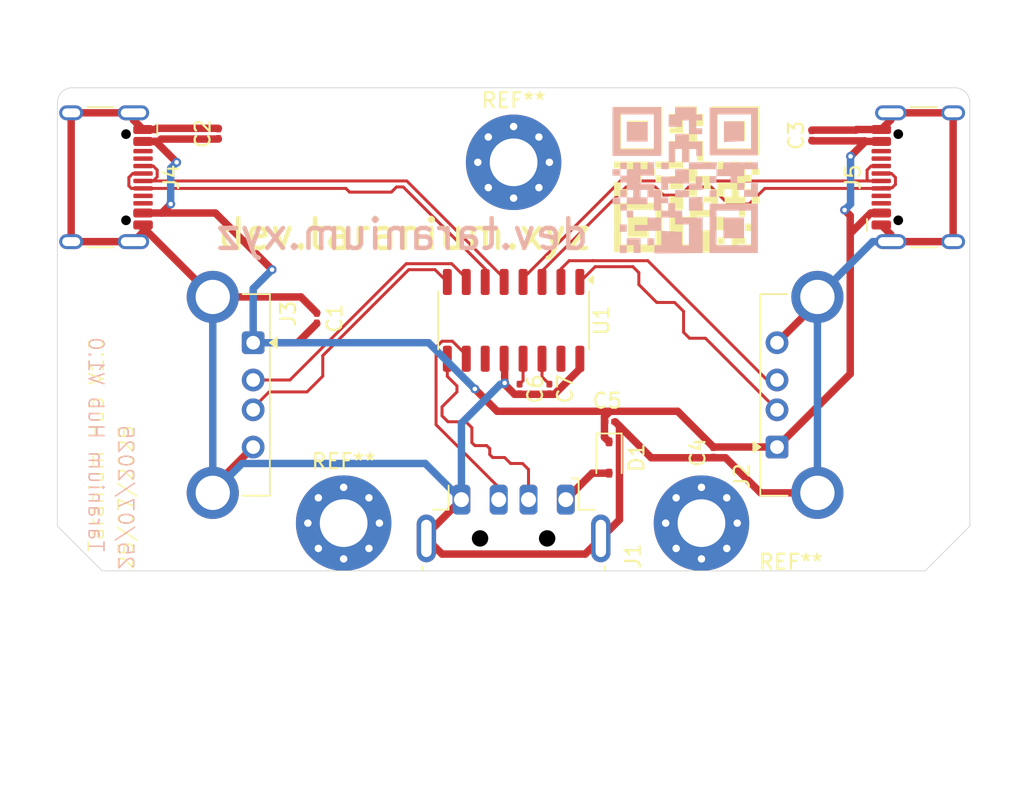
<source format=kicad_pcb>
(kicad_pcb (version 20241229) (generator "pcbnew") (generator_version "9.0")
  (layers (0 "F.Cu" signal) (2 "B.Cu" signal) (13 "F.Paste" user) (15 "B.Paste" user) (5 "F.SilkS" user "F.Silkscreen") (7 "B.SilkS" user "B.Silkscreen") (1 "F.Mask" user) (3 "B.Mask" user) (25 "Edge.Cuts" user))
  (net 0 "")
  (net 3 "GND")
  (net 4 "+5V")
  (net 5 "DM4")
  (net 6 "DP4")
  (net 7 "DM1")
  (net 8 "DP1")
  (net 11 "DM2")
  (net 12 "DP2")
  (net 13 "DP3")
  (net 14 "DM3")
  (net 17 "Net-(J1-D+)")
  (net 18 "Net-(J1-D-)")
  (net 19 "Net-(D1-A)")
  (net 20 "Net-(U1-VDD33)")
  (net 21 "Net-(U1-VDD18)")
  (footprint "Capacitor_SMD:C_0201_0603Metric" (layer "F.Cu") (at 101.8 84.8 -90)
    (property "Reference" "C7" (at 0 -1.05 90) (layer "F.SilkS"))
    (property "Value" "C_Small")
    (pad "1" smd roundrect (at -0.32 0 270) (size 0.46 0.4) (layers "F.Cu" "F.Mask") (net 21 "Net-(U1-VDD18)"))
    (pad "2" smd roundrect (at 0.32 0 270) (size 0.46 0.4) (layers "F.Cu" "F.Mask") (net 3 "GND"))
  )
  (footprint "Connector_USB:USB_A_Connfly_DS1095" (layer "F.Cu") (at 81.9325 81.7 -90)
    (property "Reference" "J3" (at -1.95 -2.35 90) (layer "F.SilkS"))
    (property "Value" "USB_A")
    (pad "1" thru_hole roundrect (at 0 0 270) (size 1.524 1.524) (drill 0.92) (layers "*.Cu" "*.Mask") (roundrect_rratio 0.1640419948) (net 4 "+5V"))
    (pad "2" thru_hole circle (at 2.5 0 270) (size 1.524 1.524) (drill 0.92) (layers "*.Cu" "*.Mask") (net 7 "DM1"))
    (pad "3" thru_hole circle (at 4.5 0 270) (size 1.524 1.524) (drill 0.92) (layers "*.Cu" "*.Mask") (net 8 "DP1"))
    (pad "4" thru_hole circle (at 7 0 270) (size 1.524 1.524) (drill 0.92) (layers "*.Cu" "*.Mask") (net 3 "GND"))
    (pad "5" thru_hole circle (at -3.07 2.71 270) (size 3.5 3.5) (drill 2.3) (layers "*.Cu" "*.Mask") (net 3 "GND"))
    (pad "5" thru_hole circle (at 10.07 2.71 270) (size 3.5 3.5) (drill 2.3) (layers "*.Cu" "*.Mask") (net 3 "GND"))
  )
  (footprint "Package_SO:SO-16_3.9x9.9mm_P1.27mm" (layer "F.Cu") (at 99.4 80.2 -90)
    (property "Reference" "U1" (at 0 -5.9 90) (layer "F.SilkS"))
    (property "Value" "~")
    (pad "1" smd roundrect (at -2.575 -4.445 270) (size 1.75 0.6) (layers "F.Cu" "F.Mask" "F.Paste") (net 5 "DM4"))
    (pad "2" smd roundrect (at -2.575 -3.175 270) (size 1.75 0.6) (layers "F.Cu" "F.Mask" "F.Paste") (net 6 "DP4"))
    (pad "3" smd roundrect (at -2.575 -1.905 270) (size 1.75 0.6) (layers "F.Cu" "F.Mask" "F.Paste") (net 14 "DM3"))
    (pad "4" smd roundrect (at -2.575 -0.635 270) (size 1.75 0.6) (layers "F.Cu" "F.Mask" "F.Paste") (net 13 "DP3"))
    (pad "5" smd roundrect (at -2.575 0.635 270) (size 1.75 0.6) (layers "F.Cu" "F.Mask" "F.Paste") (net 11 "DM2"))
    (pad "6" smd roundrect (at -2.575 1.905 270) (size 1.75 0.6) (layers "F.Cu" "F.Mask" "F.Paste") (net 12 "DP2"))
    (pad "7" smd roundrect (at -2.575 3.175 270) (size 1.75 0.6) (layers "F.Cu" "F.Mask" "F.Paste") (net 7 "DM1"))
    (pad "8" smd roundrect (at -2.575 4.445 270) (size 1.75 0.6) (layers "F.Cu" "F.Mask" "F.Paste") (net 8 "DP1"))
    (pad "9" smd roundrect (at 2.575 4.445 270) (size 1.75 0.6) (layers "F.Cu" "F.Mask" "F.Paste") (net 18 "Net-(J1-D-)"))
    (pad "10" smd roundrect (at 2.575 3.175 270) (size 1.75 0.6) (layers "F.Cu" "F.Mask" "F.Paste") (net 17 "Net-(J1-D+)"))
    (pad "11" smd roundrect (at 2.575 1.905 270) (size 1.75 0.6) (layers "F.Cu" "F.Mask" "F.Paste"))
    (pad "12" smd roundrect (at 2.575 0.635 270) (size 1.75 0.6) (layers "F.Cu" "F.Mask" "F.Paste") (net 3 "GND"))
    (pad "13" smd roundrect (at 2.575 -0.635 270) (size 1.75 0.6) (layers "F.Cu" "F.Mask" "F.Paste") (net 20 "Net-(U1-VDD33)"))
    (pad "14" smd roundrect (at 2.575 -1.905 270) (size 1.75 0.6) (layers "F.Cu" "F.Mask" "F.Paste") (net 21 "Net-(U1-VDD18)"))
    (pad "15" smd roundrect (at 2.575 -3.175 270) (size 1.75 0.6) (layers "F.Cu" "F.Mask" "F.Paste"))
    (pad "16" smd roundrect (at 2.575 -4.445 270) (size 1.75 0.6) (layers "F.Cu" "F.Mask" "F.Paste") (net 3 "GND"))
  )
  (footprint "Connector_USB:USB_A_Molex_48037-2200_Horizontal" (layer "F.Cu") (at 99.4 103.2 -90)
    (property "Reference" "J1" (at -7.2 -8 90) (layer "F.SilkS"))
    (property "Value" "USB_A")
    (pad "" np_thru_hole circle (at -8.375 -2.25 270) (size 1.1 1.1) (drill 1.1) (layers "*.Mask"))
    (pad "" np_thru_hole circle (at -8.375 2.25 270) (size 1.1 1.1) (drill 1.1) (layers "*.Mask"))
    (pad "1" thru_hole roundrect (at -10.975 -3.5 270) (size 2 1.2) (drill 1) (layers "*.Cu" "F.Mask" "F.Paste") (net 19 "Net-(D1-A)"))
    (pad "2" thru_hole roundrect (at -10.975 -1 270) (size 2 1.2) (drill 1) (layers "*.Cu" "F.Mask" "F.Paste") (net 18 "Net-(J1-D-)"))
    (pad "3" thru_hole roundrect (at -10.975 1 270) (size 2 1.2) (drill 1) (layers "*.Cu" "F.Mask" "F.Paste") (net 17 "Net-(J1-D+)"))
    (pad "4" thru_hole roundrect (at -10.975 3.5 270) (size 2 1.2) (drill 1) (layers "*.Cu" "F.Mask" "F.Paste") (net 3 "GND"))
    (pad "5" thru_hole oval (at -8.375 -5.85 270) (size 3.2 1.3) (drill oval 2.5 0.7) (property pad_prop_heatsink) (layers "*.Cu" "*.Mask") (net 3 "GND"))
    (pad "5" thru_hole oval (at -8.375 5.85 270) (size 3.2 1.3) (drill oval 2.5 0.7) (property pad_prop_heatsink) (layers "*.Cu" "*.Mask") (net 3 "GND"))
  )
  (footprint "Connector_USB:USB_C_Receptacle_HCTL_HC-TYPE-C-16P-01A" (layer "F.Cu") (at 127.805 70.6 90)
    (property "Reference" "J5" (at 0 -5.645 90) (layer "F.SilkS"))
    (property "Value" "USB_C_Receptacle_USB2.0_16P")
    (pad "" np_thru_hole circle (at -2.89 -2.605 90) (size 0.65 0.65) (drill 0.65) (layers "*.Mask"))
    (pad "" np_thru_hole circle (at 2.89 -2.605 90) (size 0.65 0.65) (drill 0.65) (layers "*.Mask"))
    (pad "A1" smd roundrect (at -3.2 -3.745 90) (size 0.6 1.3) (layers "F.Cu" "F.Mask" "F.Paste") (net 3 "GND"))
    (pad "A4" smd roundrect (at -2.4 -3.745 90) (size 0.6 1.3) (layers "F.Cu" "F.Mask" "F.Paste") (net 4 "+5V"))
    (pad "A5" smd roundrect (at -1.25 -3.745 90) (size 0.3 1.3) (layers "F.Cu" "F.Mask" "F.Paste") (net 3 "GND"))
    (pad "A6" smd roundrect (at -0.25 -3.745 90) (size 0.3 1.3) (layers "F.Cu" "F.Mask" "F.Paste") (net 13 "DP3"))
    (pad "A7" smd roundrect (at 0.25 -3.745 90) (size 0.3 1.3) (layers "F.Cu" "F.Mask" "F.Paste") (net 14 "DM3"))
    (pad "A8" smd roundrect (at 1.25 -3.745 90) (size 0.3 1.3) (layers "F.Cu" "F.Mask" "F.Paste"))
    (pad "A9" smd roundrect (at 2.4 -3.745 90) (size 0.6 1.3) (layers "F.Cu" "F.Mask" "F.Paste") (net 4 "+5V"))
    (pad "A12" smd roundrect (at 3.2 -3.745 90) (size 0.6 1.3) (layers "F.Cu" "F.Mask" "F.Paste") (net 3 "GND"))
    (pad "B1" smd roundrect (at 3.2 -3.745 90) (size 0.6 1.3) (layers "F.Cu" "F.Mask" "F.Paste") (net 3 "GND"))
    (pad "B4" smd roundrect (at 2.4 -3.745 90) (size 0.6 1.3) (layers "F.Cu" "F.Mask" "F.Paste") (net 4 "+5V"))
    (pad "B5" smd roundrect (at 1.75 -3.745 90) (size 0.3 1.3) (layers "F.Cu" "F.Mask" "F.Paste") (net 3 "GND"))
    (pad "B6" smd roundrect (at 0.75 -3.745 90) (size 0.3 1.3) (layers "F.Cu" "F.Mask" "F.Paste") (net 13 "DP3"))
    (pad "B7" smd roundrect (at -0.75 -3.745 90) (size 0.3 1.3) (layers "F.Cu" "F.Mask" "F.Paste") (net 14 "DM3"))
    (pad "B8" smd roundrect (at -1.75 -3.745 90) (size 0.3 1.3) (layers "F.Cu" "F.Mask" "F.Paste"))
    (pad "B9" smd roundrect (at -2.4 -3.745 90) (size 0.6 1.3) (layers "F.Cu" "F.Mask" "F.Paste") (net 4 "+5V"))
    (pad "B12" smd roundrect (at -3.2 -3.745 90) (size 0.6 1.3) (layers "F.Cu" "F.Mask" "F.Paste") (net 3 "GND"))
    (pad "S1" thru_hole oval (at -4.32 -3.105 90) (size 1 2.1) (drill oval 0.6 1.7) (property pad_prop_heatsink) (layers "*.Cu" "*.Mask") (net 3 "GND"))
    (pad "S1" thru_hole oval (at -4.32 1.075 90) (size 1 1.6) (drill oval 0.6 1.2) (property pad_prop_heatsink) (layers "*.Cu" "*.Mask") (net 3 "GND"))
    (pad "S1" thru_hole oval (at 4.32 -3.105 90) (size 1 2.1) (drill oval 0.6 1.7) (property pad_prop_heatsink) (layers "*.Cu" "*.Mask") (net 3 "GND"))
    (pad "S1" thru_hole oval (at 4.32 1.075 90) (size 1 1.6) (drill oval 0.6 1.2) (property pad_prop_heatsink) (layers "*.Cu" "*.Mask") (net 3 "GND"))
  )
  (footprint "MountingHole:MountingHole_3.2mm_M3_Pad_Via" (layer "F.Cu") (at 112 93.8)
    (property "Reference" "REF**" (at 6 2.6 0) (layer "F.SilkS"))
    (property "Value" "MountingHole_3.2mm_M3_Pad_Via")
    (pad "1" thru_hole circle (at -2.4 0) (size 0.8 0.8) (drill 0.5) (layers "*.Cu" "*.Mask"))
    (pad "1" thru_hole circle (at -1.697056 -1.697056) (size 0.8 0.8) (drill 0.5) (layers "*.Cu" "*.Mask"))
    (pad "1" thru_hole circle (at -1.697056 1.697056) (size 0.8 0.8) (drill 0.5) (layers "*.Cu" "*.Mask"))
    (pad "1" thru_hole circle (at 0 -2.4) (size 0.8 0.8) (drill 0.5) (layers "*.Cu" "*.Mask"))
    (pad "1" thru_hole circle (at 0 0) (size 6.4 6.4) (drill 3.2) (layers "*.Cu" "*.Mask"))
    (pad "1" thru_hole circle (at 0 2.4) (size 0.8 0.8) (drill 0.5) (layers "*.Cu" "*.Mask"))
    (pad "1" thru_hole circle (at 1.697056 -1.697056) (size 0.8 0.8) (drill 0.5) (layers "*.Cu" "*.Mask"))
    (pad "1" thru_hole circle (at 1.697056 1.697056) (size 0.8 0.8) (drill 0.5) (layers "*.Cu" "*.Mask"))
    (pad "1" thru_hole circle (at 2.4 0) (size 0.8 0.8) (drill 0.5) (layers "*.Cu" "*.Mask"))
  )
  (footprint "Capacitor_SMD:C_0201_0603Metric" (layer "F.Cu") (at 105.855 87 180)
    (property "Reference" "C5" (at 0.19 1.4 0) (layer "F.SilkS"))
    (property "Value" "C_Small")
    (pad "1" smd roundrect (at -0.32 0 180) (size 0.46 0.4) (layers "F.Cu" "F.Mask") (net 3 "GND"))
    (pad "2" smd roundrect (at 0.32 0 180) (size 0.46 0.4) (layers "F.Cu" "F.Mask") (net 4 "+5V"))
  )
  (footprint "Capacitor_SMD:C_0201_0603Metric" (layer "F.Cu") (at 112.8 89.055 90)
    (property "Reference" "C4" (at 0 -1.05 90) (layer "F.SilkS"))
    (property "Value" "C_Small")
    (pad "1" smd roundrect (at -0.32 0 90) (size 0.46 0.4) (layers "F.Cu" "F.Mask") (net 3 "GND"))
    (pad "2" smd roundrect (at 0.32 0 90) (size 0.46 0.4) (layers "F.Cu" "F.Mask") (net 4 "+5V"))
  )
  (footprint "Capacitor_SMD:C_0201_0603Metric" (layer "F.Cu") (at 99.8 84.8 -90)
    (property "Reference" "C6" (at 0 -1.05 90) (layer "F.SilkS"))
    (property "Value" "C_Small")
    (pad "1" smd roundrect (at -0.32 0 270) (size 0.46 0.4) (layers "F.Cu" "F.Mask") (net 20 "Net-(U1-VDD33)"))
    (pad "2" smd roundrect (at 0.32 0 270) (size 0.46 0.4) (layers "F.Cu" "F.Mask") (net 3 "GND"))
  )
  (footprint "Diode_SMD:D_SOD-323" (layer "F.Cu") (at 105.8 89.4 -90)
    (property "Reference" "D1" (at 0 -1.85 90) (layer "F.SilkS"))
    (property "Value" "D_Small")
    (pad "1" smd roundrect (at -1.05 0 270) (size 0.6 0.45) (layers "F.Cu" "F.Mask" "F.Paste") (net 4 "+5V"))
    (pad "2" smd roundrect (at 1.05 0 270) (size 0.6 0.45) (layers "F.Cu" "F.Mask" "F.Paste") (net 19 "Net-(D1-A)"))
  )
  (footprint "Capacitor_SMD:C_0201_0603Metric" (layer "F.Cu") (at 79.6 67.68 90)
    (property "Reference" "C2" (at 0 -1.05 90) (layer "F.SilkS"))
    (property "Value" "C_Small")
    (pad "1" smd roundrect (at -0.32 0 90) (size 0.46 0.4) (layers "F.Cu" "F.Mask") (net 4 "+5V"))
    (pad "2" smd roundrect (at 0.32 0 90) (size 0.46 0.4) (layers "F.Cu" "F.Mask") (net 3 "GND"))
  )
  (footprint "MountingHole:MountingHole_3.2mm_M3_Pad_Via" (layer "F.Cu") (at 99.4 69.6)
    (property "Reference" "REF**" (at 0 -4.15 0) (layer "F.SilkS"))
    (property "Value" "MountingHole_3.2mm_M3_Pad_Via")
    (pad "1" thru_hole circle (at -2.4 0) (size 0.8 0.8) (drill 0.5) (layers "*.Cu" "*.Mask"))
    (pad "1" thru_hole circle (at -1.697056 -1.697056) (size 0.8 0.8) (drill 0.5) (layers "*.Cu" "*.Mask"))
    (pad "1" thru_hole circle (at -1.697056 1.697056) (size 0.8 0.8) (drill 0.5) (layers "*.Cu" "*.Mask"))
    (pad "1" thru_hole circle (at 0 -2.4) (size 0.8 0.8) (drill 0.5) (layers "*.Cu" "*.Mask"))
    (pad "1" thru_hole circle (at 0 0) (size 6.4 6.4) (drill 3.2) (layers "*.Cu" "*.Mask"))
    (pad "1" thru_hole circle (at 0 2.4) (size 0.8 0.8) (drill 0.5) (layers "*.Cu" "*.Mask"))
    (pad "1" thru_hole circle (at 1.697056 -1.697056) (size 0.8 0.8) (drill 0.5) (layers "*.Cu" "*.Mask"))
    (pad "1" thru_hole circle (at 1.697056 1.697056) (size 0.8 0.8) (drill 0.5) (layers "*.Cu" "*.Mask"))
    (pad "1" thru_hole circle (at 2.4 0) (size 0.8 0.8) (drill 0.5) (layers "*.Cu" "*.Mask"))
  )
  (footprint "MountingHole:MountingHole_3.2mm_M3_Pad_Via" (layer "F.Cu") (at 88 93.8)
    (property "Reference" "REF**" (at 0 -4.15 0) (layer "F.SilkS"))
    (property "Value" "MountingHole_3.2mm_M3_Pad_Via")
    (pad "1" thru_hole circle (at -2.4 0) (size 0.8 0.8) (drill 0.5) (layers "*.Cu" "*.Mask"))
    (pad "1" thru_hole circle (at -1.697056 -1.697056) (size 0.8 0.8) (drill 0.5) (layers "*.Cu" "*.Mask"))
    (pad "1" thru_hole circle (at -1.697056 1.697056) (size 0.8 0.8) (drill 0.5) (layers "*.Cu" "*.Mask"))
    (pad "1" thru_hole circle (at 0 -2.4) (size 0.8 0.8) (drill 0.5) (layers "*.Cu" "*.Mask"))
    (pad "1" thru_hole circle (at 0 0) (size 6.4 6.4) (drill 3.2) (layers "*.Cu" "*.Mask"))
    (pad "1" thru_hole circle (at 0 2.4) (size 0.8 0.8) (drill 0.5) (layers "*.Cu" "*.Mask"))
    (pad "1" thru_hole circle (at 1.697056 -1.697056) (size 0.8 0.8) (drill 0.5) (layers "*.Cu" "*.Mask"))
    (pad "1" thru_hole circle (at 1.697056 1.697056) (size 0.8 0.8) (drill 0.5) (layers "*.Cu" "*.Mask"))
    (pad "1" thru_hole circle (at 2.4 0) (size 0.8 0.8) (drill 0.5) (layers "*.Cu" "*.Mask"))
  )
  (footprint "Capacitor_SMD:C_0201_0603Metric" (layer "F.Cu") (at 119.4 67.8 90)
    (property "Reference" "C3" (at 0 -1.05 90) (layer "F.SilkS"))
    (property "Value" "C_Small")
    (pad "1" smd roundrect (at -0.32 0 90) (size 0.46 0.4) (layers "F.Cu" "F.Mask") (net 4 "+5V"))
    (pad "2" smd roundrect (at 0.32 0 90) (size 0.46 0.4) (layers "F.Cu" "F.Mask") (net 3 "GND"))
  )
  (footprint "Capacitor_SMD:C_0201_0603Metric" (layer "F.Cu") (at 86.2 80.055 90)
    (property "Reference" "C1" (at 0 1.2 90) (layer "F.SilkS"))
    (property "Value" "C_Small")
    (pad "1" smd roundrect (at -0.32 0 90) (size 0.46 0.4) (layers "F.Cu" "F.Mask") (net 4 "+5V"))
    (pad "2" smd roundrect (at 0.32 0 90) (size 0.46 0.4) (layers "F.Cu" "F.Mask") (net 3 "GND"))
  )
  (footprint "Connector_USB:USB_C_Receptacle_HCTL_HC-TYPE-C-16P-01A" (layer "F.Cu") (at 70.8 70.6 -90)
    (property "Reference" "J4" (at 0 -5.645 90) (layer "F.SilkS"))
    (property "Value" "USB_C_Receptacle_USB2.0_16P")
    (pad "" np_thru_hole circle (at -2.89 -2.605 270) (size 0.65 0.65) (drill 0.65) (layers "*.Mask"))
    (pad "" np_thru_hole circle (at 2.89 -2.605 270) (size 0.65 0.65) (drill 0.65) (layers "*.Mask"))
    (pad "A1" smd roundrect (at -3.2 -3.745 270) (size 0.6 1.3) (layers "F.Cu" "F.Mask" "F.Paste") (net 3 "GND"))
    (pad "A4" smd roundrect (at -2.4 -3.745 270) (size 0.6 1.3) (layers "F.Cu" "F.Mask" "F.Paste") (net 4 "+5V"))
    (pad "A5" smd roundrect (at -1.25 -3.745 270) (size 0.3 1.3) (layers "F.Cu" "F.Mask" "F.Paste") (net 3 "GND"))
    (pad "A6" smd roundrect (at -0.25 -3.745 270) (size 0.3 1.3) (layers "F.Cu" "F.Mask" "F.Paste") (net 12 "DP2"))
    (pad "A7" smd roundrect (at 0.25 -3.745 270) (size 0.3 1.3) (layers "F.Cu" "F.Mask" "F.Paste") (net 11 "DM2"))
    (pad "A8" smd roundrect (at 1.25 -3.745 270) (size 0.3 1.3) (layers "F.Cu" "F.Mask" "F.Paste"))
    (pad "A9" smd roundrect (at 2.4 -3.745 270) (size 0.6 1.3) (layers "F.Cu" "F.Mask" "F.Paste") (net 4 "+5V"))
    (pad "A12" smd roundrect (at 3.2 -3.745 270) (size 0.6 1.3) (layers "F.Cu" "F.Mask" "F.Paste") (net 3 "GND"))
    (pad "B1" smd roundrect (at 3.2 -3.745 270) (size 0.6 1.3) (layers "F.Cu" "F.Mask" "F.Paste") (net 3 "GND"))
    (pad "B4" smd roundrect (at 2.4 -3.745 270) (size 0.6 1.3) (layers "F.Cu" "F.Mask" "F.Paste") (net 4 "+5V"))
    (pad "B5" smd roundrect (at 1.75 -3.745 270) (size 0.3 1.3) (layers "F.Cu" "F.Mask" "F.Paste") (net 3 "GND"))
    (pad "B6" smd roundrect (at 0.75 -3.745 270) (size 0.3 1.3) (layers "F.Cu" "F.Mask" "F.Paste") (net 12 "DP2"))
    (pad "B7" smd roundrect (at -0.75 -3.745 270) (size 0.3 1.3) (layers "F.Cu" "F.Mask" "F.Paste") (net 11 "DM2"))
    (pad "B8" smd roundrect (at -1.75 -3.745 270) (size 0.3 1.3) (layers "F.Cu" "F.Mask" "F.Paste"))
    (pad "B9" smd roundrect (at -2.4 -3.745 270) (size 0.6 1.3) (layers "F.Cu" "F.Mask" "F.Paste") (net 4 "+5V"))
    (pad "B12" smd roundrect (at -3.2 -3.745 270) (size 0.6 1.3) (layers "F.Cu" "F.Mask" "F.Paste") (net 3 "GND"))
    (pad "S1" thru_hole oval (at -4.32 -3.105 270) (size 1 2.1) (drill oval 0.6 1.7) (property pad_prop_heatsink) (layers "*.Cu" "*.Mask") (net 3 "GND"))
    (pad "S1" thru_hole oval (at -4.32 1.075 270) (size 1 1.6) (drill oval 0.6 1.2) (property pad_prop_heatsink) (layers "*.Cu" "*.Mask") (net 3 "GND"))
    (pad "S1" thru_hole oval (at 4.32 -3.105 270) (size 1 2.1) (drill oval 0.6 1.7) (property pad_prop_heatsink) (layers "*.Cu" "*.Mask") (net 3 "GND"))
    (pad "S1" thru_hole oval (at 4.32 1.075 270) (size 1 1.6) (drill oval 0.6 1.2) (property pad_prop_heatsink) (layers "*.Cu" "*.Mask") (net 3 "GND"))
  )
  (footprint "Connector_USB:USB_A_Connfly_DS1095" (layer "F.Cu") (at 117.0675 88.7 90)
    (property "Reference" "J2" (at -1.95 -2.35 90) (layer "F.SilkS"))
    (property "Value" "USB_A")
    (pad "1" thru_hole roundrect (at 0 0 90) (size 1.524 1.524) (drill 0.92) (layers "*.Cu" "*.Mask") (roundrect_rratio 0.1640419948) (net 4 "+5V"))
    (pad "2" thru_hole circle (at 2.5 0 90) (size 1.524 1.524) (drill 0.92) (layers "*.Cu" "*.Mask") (net 5 "DM4"))
    (pad "3" thru_hole circle (at 4.5 0 90) (size 1.524 1.524) (drill 0.92) (layers "*.Cu" "*.Mask") (net 6 "DP4"))
    (pad "4" thru_hole circle (at 7 0 90) (size 1.524 1.524) (drill 0.92) (layers "*.Cu" "*.Mask") (net 3 "GND"))
    (pad "5" thru_hole circle (at -3.07 2.71 90) (size 3.5 3.5) (drill 2.3) (layers "*.Cu" "*.Mask") (net 3 "GND"))
    (pad "5" thru_hole circle (at 10.07 2.71 90) (size 3.5 3.5) (drill 2.3) (layers "*.Cu" "*.Mask") (net 3 "GND"))
  )
  (gr_poly (pts (xy 112.156249 72.789062) (xy 112.586197 72.789062) (xy 112.61927 72.789062) (xy 112.61927 73.252083) (xy 112.586197 73.252083) (xy 111.693229 73.252083) (xy 111.693229 73.715104) (xy 110.767187 73.715104) (xy 110.767187 75.104166) (xy 111.230208 75.104166) (xy 111.230208 74.211198) (xy 112.61927 74.145052) (xy 112.61927 75.104166) (xy 113.082291 75.104166) (xy 113.082291 75.666406) (xy 109.841145 75.633333) (xy 109.841145 73.252083) (xy 111.197135 73.252083) (xy 111.230208 72.789062) (xy 111.693229 72.789062) (xy 111.693229 72.292968) (xy 112.156249 72.292968)) (fill yes) (layer "F.SilkS"))
  (gr_poly (pts (xy 113.545312 75.104166) (xy 113.082291 75.104166) (xy 113.082291 74.641146) (xy 113.545312 74.641146)) (fill yes) (layer "F.SilkS"))
  (gr_poly (pts (xy 114.934375 75.104166) (xy 114.471353 75.104166) (xy 114.471353 75.633333) (xy 114.008333 75.633333) (xy 114.008333 74.641146) (xy 114.934375 74.641146)) (fill yes) (layer "F.SilkS"))
  (gr_poly (pts (xy 111.693229 66.339844) (xy 112.123176 66.339844) (xy 112.123176 67.166667) (xy 111.230208 67.166667) (xy 111.230208 66.736719) (xy 110.767187 66.736719) (xy 110.767187 67.66276) (xy 109.874218 67.66276) (xy 109.874218 67.265885) (xy 110.271093 67.265885) (xy 110.271093 66.736719) (xy 109.874218 66.736719) (xy 109.874218 66.339844) (xy 110.271093 66.339844) (xy 110.271093 65.84375) (xy 111.693229 65.84375)) (fill yes) (layer "F.SilkS"))
  (gr_poly (pts (xy 108.41901 68.191927) (xy 107.063021 68.125781) (xy 107.063021 66.802865) (xy 108.41901 66.802865)) (fill yes) (layer "F.SilkS"))
  (gr_poly (pts (xy 111.693229 68.158854) (xy 112.123176 68.158854) (xy 112.123176 69.547916) (xy 111.693229 69.547916) (xy 111.693229 68.654948) (xy 111.230208 68.654948) (xy 111.230208 69.547916) (xy 110.767187 69.547916) (xy 110.767187 68.654948) (xy 110.271093 68.654948) (xy 110.271093 69.117969) (xy 109.874218 69.117969) (xy 109.874218 68.158854) (xy 110.767187 68.158854) (xy 110.767187 67.66276) (xy 111.693229 67.66276)) (fill yes) (layer "F.SilkS"))
  (gr_poly (pts (xy 114.934375 73.252083) (xy 114.504427 73.252083) (xy 114.504427 72.789062) (xy 114.934375 72.789062)) (fill yes) (layer "F.SilkS"))
  (gr_poly (pts (xy 109.378125 75.633333) (xy 106.136979 75.633333) (xy 106.136979 75.104166) (xy 106.6 75.104166) (xy 108.915104 75.104166) (xy 108.915104 72.789062) (xy 106.6 72.789062) (xy 106.6 75.104166) (xy 106.136979 75.104166) (xy 106.136979 72.326041) (xy 109.378125 72.326041)) (fill yes) (layer "F.SilkS"))
  (gr_poly (pts (xy 113.545312 73.748177) (xy 114.405208 73.748177) (xy 114.405208 74.145052) (xy 112.61927 74.145052) (xy 112.61927 73.252083) (xy 113.545312 73.252083)) (fill yes) (layer "F.SilkS"))
  (gr_poly (pts (xy 110.304166 70.970052) (xy 110.767187 70.970052) (xy 110.767187 71.4) (xy 109.841145 71.4) (xy 109.874218 70.507031) (xy 110.304166 70.507031)) (fill yes) (layer "F.SilkS"))
  (gr_poly (pts (xy 108.452083 74.641146) (xy 107.063021 74.641146) (xy 107.063021 73.252083) (xy 108.452083 73.252083)) (fill yes) (layer "F.SilkS"))
  (gr_poly (pts (xy 109.378125 70.936979) (xy 108.915104 70.936979) (xy 108.915104 70.473958) (xy 109.378125 70.473958)) (fill yes) (layer "F.SilkS"))
  (gr_poly (pts (xy 110.767187 71.896093) (xy 110.767187 72.789062) (xy 109.841145 72.789062) (xy 109.841145 71.86302)) (fill yes) (layer "F.SilkS"))
  (gr_poly (pts (xy 115.397395 74.211198) (xy 114.934375 74.211198) (xy 114.934375 74.145052) (xy 114.934375 73.715104) (xy 115.397395 73.715104)) (fill yes) (layer "F.SilkS"))
  (gr_poly (pts (xy 115.364323 72.789062) (xy 114.934375 72.789062) (xy 114.934375 72.359114) (xy 115.364323 72.359114)) (fill yes) (layer "F.SilkS"))
  (gr_poly (pts (xy 109.378125 69.084896) (xy 106.136979 69.084896) (xy 106.136979 68.654948) (xy 106.6 68.654948) (xy 108.882031 68.654948) (xy 108.882031 66.339844) (xy 106.6 66.339844) (xy 106.6 68.654948) (xy 106.136979 68.654948) (xy 106.136979 65.876823) (xy 109.378125 65.876823)) (fill yes) (layer "F.SilkS"))
  (gr_poly (pts (xy 108.485156 70.010937) (xy 108.915104 70.010937) (xy 108.915104 70.04401) (xy 108.915104 70.473958) (xy 107.989062 70.473958) (xy 107.989062 70.936979) (xy 107.526041 70.936979) (xy 107.526041 70.473958) (xy 107.063021 70.473958) (xy 107.063021 70.010937) (xy 106.136979 70.010937) (xy 106.136979 69.547916) (xy 108.452083 69.547916)) (fill yes) (layer "F.SilkS"))
  (gr_poly (pts (xy 111.693229 71.896093) (xy 110.767187 71.896093) (xy 110.767187 71.433073) (xy 111.693229 71.4)) (fill yes) (layer "F.SilkS"))
  (gr_poly (pts (xy 113.545312 70.010937) (xy 114.008333 70.010937) (xy 114.008333 69.547916) (xy 114.504427 69.547916) (xy 114.504427 70.010937) (xy 114.934375 70.010937) (xy 114.934375 70.440885) (xy 115.364323 70.440885) (xy 115.364323 70.903906) (xy 114.934375 70.903906) (xy 114.934375 71.4) (xy 114.504427 71.4) (xy 114.504427 71.896093) (xy 114.934375 71.896093) (xy 114.934375 72.359114) (xy 113.545312 72.359114) (xy 113.545312 71.896093) (xy 114.008333 71.896093) (xy 114.008333 71.4) (xy 113.545312 71.4) (xy 113.545312 71.896093) (xy 113.115364 71.896093) (xy 113.115364 72.789062) (xy 112.61927 72.789062) (xy 112.61927 72.292968) (xy 112.156249 72.292968) (xy 112.156249 71.896093) (xy 112.61927 71.896093) (xy 112.61927 71.4) (xy 113.082291 71.4) (xy 113.082291 70.970052) (xy 114.008333 70.970052) (xy 114.008333 70.440885) (xy 113.082291 70.440885) (xy 113.115364 69.547916) (xy 113.545312 69.547916)) (fill yes) (layer "F.SilkS"))
  (gr_poly (pts (xy 109.378125 71.433073) (xy 109.378125 71.86302) (xy 108.915104 71.86302) (xy 108.915104 71.4)) (fill yes) (layer "F.SilkS"))
  (gr_poly (pts (xy 106.6 71.4) (xy 107.063021 71.4) (xy 107.063021 71.86302) (xy 106.136979 71.86302) (xy 106.136979 70.936979) (xy 106.6 70.936979)) (fill yes) (layer "F.SilkS"))
  (gr_poly (pts (xy 107.526041 71.4) (xy 107.063021 71.4) (xy 107.029948 70.936979) (xy 107.526041 70.936979)) (fill yes) (layer "F.SilkS"))
  (gr_poly (pts (xy 115.893489 72.359114) (xy 115.364323 72.359114) (xy 115.364323 71.896093) (xy 115.893489 71.896093)) (fill yes) (layer "F.SilkS"))
  (gr_poly (pts (xy 115.893489 70.440885) (xy 115.364323 70.440885) (xy 115.364323 70.010937) (xy 115.893489 70.010937)) (fill yes) (layer "F.SilkS"))
  (gr_poly (pts (xy 115.364323 71.896093) (xy 114.934375 71.896093) (xy 114.934375 71.4) (xy 115.364323 71.4)) (fill yes) (layer "F.SilkS"))
  (gr_poly (pts (xy 114.934375 68.158854) (xy 113.545312 68.158854) (xy 113.545312 66.835937) (xy 114.934375 66.835937)) (fill yes) (layer "F.SilkS"))
  (gr_poly (pts (xy 115.364323 70.010937) (xy 114.934375 70.010937) (xy 114.934375 69.547916) (xy 115.364323 69.547916)) (fill yes) (layer "F.SilkS"))
  (gr_poly (pts (xy 112.61927 70.010937) (xy 112.123176 70.010937) (xy 112.123176 69.547916) (xy 112.61927 69.547916)) (fill yes) (layer "F.SilkS"))
  (gr_poly (pts (xy 111.693229 70.507031) (xy 112.61927 70.507031) (xy 112.61927 71.4) (xy 112.156249 71.4) (xy 112.156249 70.970052) (xy 110.767187 70.970052) (xy 110.767187 70.04401) (xy 110.767187 70.010937) (xy 111.693229 70.010937)) (fill yes) (layer "F.SilkS"))
  (gr_poly (pts (xy 115.397395 75.633333) (xy 114.934375 75.633333) (xy 114.934375 75.104166) (xy 115.397395 75.104166)) (fill yes) (layer "F.SilkS"))
  (gr_poly (pts (xy 115.893489 69.117969) (xy 112.61927 69.117969) (xy 112.61927 68.654948) (xy 113.115364 68.654948) (xy 115.364323 68.654948) (xy 115.364323 66.339844) (xy 113.115364 66.339844) (xy 113.115364 68.654948) (xy 112.61927 68.654948) (xy 112.61927 65.84375) (xy 115.893489 65.84375)) (fill yes) (layer "F.SilkS"))
  (gr_poly (pts (xy 110.767187 70.010937) (xy 108.915104 70.010937) (xy 108.882031 69.547916) (xy 110.767187 69.547916)) (fill yes) (layer "F.SilkS"))
  (gr_poly (pts (xy 113.471093 74.69323) (xy 114.860155 74.69323) (xy 114.860155 73.304167) (xy 113.471093 73.304167)) (fill yes) (layer "B.SilkS"))
  (gr_poly (pts (xy 110.229947 70.559115) (xy 109.303906 70.559115) (xy 109.303906 71.452084) (xy 109.766927 71.452084) (xy 109.766927 71.022136) (xy 111.155989 71.022136) (xy 111.155989 70.096094) (xy 111.155989 70.063021) (xy 110.229947 70.063021)) (fill yes) (layer "B.SilkS"))
  (gr_poly (pts (xy 108.377864 70.063021) (xy 107.914843 70.063021) (xy 107.914843 69.6) (xy 107.418749 69.6) (xy 107.418749 70.063021) (xy 106.988801 70.063021) (xy 106.988801 70.492969) (xy 106.558853 70.492969) (xy 106.558853 70.95599) (xy 106.988801 70.95599) (xy 106.988801 71.452084) (xy 107.418749 71.452084) (xy 107.418749 71.948177) (xy 106.988801 71.948177) (xy 106.988801 72.411198) (xy 108.377864 72.411198) (xy 108.377864 71.948177) (xy 107.914843 71.948177) (xy 107.914843 71.452084) (xy 108.377864 71.452084) (xy 108.377864 71.948177) (xy 108.807812 71.948177) (xy 108.807812 72.841146) (xy 109.303906 72.841146) (xy 109.303906 72.345052) (xy 109.766927 72.345052) (xy 109.766927 71.948177) (xy 109.303906 71.948177) (xy 109.303906 71.452084) (xy 108.840885 71.452084) (xy 108.840885 71.022136) (xy 107.914843 71.022136) (xy 107.914843 70.492969) (xy 108.840885 70.492969) (xy 108.807812 69.6) (xy 108.377864 69.6)) (fill yes) (layer "B.SilkS"))
  (gr_poly (pts (xy 113.43802 70.063021) (xy 113.008072 70.063021) (xy 113.008072 70.096094) (xy 113.008072 70.526042) (xy 113.934114 70.526042) (xy 113.934114 70.989063) (xy 114.397135 70.989063) (xy 114.397135 70.526042) (xy 114.860155 70.526042) (xy 114.860155 70.063021) (xy 115.786197 70.063021) (xy 115.786197 69.6) (xy 113.471093 69.6)) (fill yes) (layer "B.SilkS"))
  (gr_poly (pts (xy 111.155989 71.948177) (xy 111.155989 72.841146) (xy 112.082031 72.841146) (xy 112.082031 71.915104)) (fill yes) (layer "B.SilkS"))
  (gr_poly (pts (xy 109.766927 72.841146) (xy 109.336979 72.841146) (xy 109.303906 72.841146) (xy 109.303906 73.304167) (xy 109.336979 73.304167) (xy 110.229947 73.304167) (xy 110.229947 73.767188) (xy 111.155989 73.767188) (xy 111.155989 75.15625) (xy 110.692968 75.15625) (xy 110.692968 74.263282) (xy 109.303906 74.197136) (xy 109.303906 75.15625) (xy 108.840885 75.15625) (xy 108.840885 75.71849) (xy 112.082031 75.685417) (xy 112.082031 73.304167) (xy 110.726041 73.304167) (xy 110.692968 72.841146) (xy 110.229947 72.841146) (xy 110.229947 72.345052) (xy 109.766927 72.345052)) (fill yes) (layer "B.SilkS"))
  (gr_poly (pts (xy 112.545051 75.685417) (xy 115.786197 75.685417) (xy 115.786197 75.15625) (xy 115.323176 75.15625) (xy 113.008072 75.15625) (xy 113.008072 72.841146) (xy 115.323176 72.841146) (xy 115.323176 75.15625) (xy 115.786197 75.15625) (xy 115.786197 72.378125) (xy 112.545051 72.378125)) (fill yes) (layer "B.SilkS"))
  (gr_poly (pts (xy 112.545051 70.989063) (xy 113.008072 70.989063) (xy 113.008072 70.526042) (xy 112.545051 70.526042)) (fill yes) (layer "B.SilkS"))
  (gr_poly (pts (xy 106.525781 74.263282) (xy 106.988801 74.263282) (xy 106.988801 74.197136) (xy 106.988801 73.767188) (xy 106.525781 73.767188)) (fill yes) (layer "B.SilkS"))
  (gr_poly (pts (xy 110.229947 71.948177) (xy 111.155989 71.948177) (xy 111.155989 71.485157) (xy 110.229947 71.452084)) (fill yes) (layer "B.SilkS"))
  (gr_poly (pts (xy 112.545051 69.13698) (xy 115.786197 69.13698) (xy 115.786197 68.707032) (xy 115.323176 68.707032) (xy 113.041145 68.707032) (xy 113.041145 66.391928) (xy 115.323176 66.391928) (xy 115.323176 68.707032) (xy 115.786197 68.707032) (xy 115.786197 65.928907) (xy 112.545051 65.928907)) (fill yes) (layer "B.SilkS"))
  (gr_poly (pts (xy 106.558853 71.948177) (xy 106.988801 71.948177) (xy 106.988801 71.452084) (xy 106.558853 71.452084)) (fill yes) (layer "B.SilkS"))
  (gr_poly (pts (xy 106.988801 73.304167) (xy 107.418749 73.304167) (xy 107.418749 72.841146) (xy 106.988801 72.841146)) (fill yes) (layer "B.SilkS"))
  (gr_poly (pts (xy 106.029687 72.411198) (xy 106.558853 72.411198) (xy 106.558853 71.948177) (xy 106.029687 71.948177)) (fill yes) (layer "B.SilkS"))
  (gr_poly (pts (xy 110.229947 68.210938) (xy 109.8 68.210938) (xy 109.8 69.6) (xy 110.229947 69.6) (xy 110.229947 68.707032) (xy 110.692968 68.707032) (xy 110.692968 69.6) (xy 111.155989 69.6) (xy 111.155989 68.707032) (xy 111.652083 68.707032) (xy 111.652083 69.170053) (xy 112.048958 69.170053) (xy 112.048958 68.210938) (xy 111.155989 68.210938) (xy 111.155989 67.714844) (xy 110.229947 67.714844)) (fill yes) (layer "B.SilkS"))
  (gr_poly (pts (xy 111.155989 70.063021) (xy 113.008072 70.063021) (xy 113.041145 69.6) (xy 111.155989 69.6)) (fill yes) (layer "B.SilkS"))
  (gr_poly (pts (xy 114.397135 71.452084) (xy 114.860155 71.452084) (xy 114.893228 70.989063) (xy 114.397135 70.989063)) (fill yes) (layer "B.SilkS"))
  (gr_poly (pts (xy 115.323176 71.452084) (xy 114.860155 71.452084) (xy 114.860155 71.915104) (xy 115.786197 71.915104) (xy 115.786197 70.989063) (xy 115.323176 70.989063)) (fill yes) (layer "B.SilkS"))
  (gr_poly (pts (xy 106.988801 68.210938) (xy 108.377864 68.210938) (xy 108.377864 66.888021) (xy 106.988801 66.888021)) (fill yes) (layer "B.SilkS"))
  (gr_poly (pts (xy 111.61901 71.022136) (xy 111.155989 71.022136) (xy 111.155989 71.452084) (xy 112.082031 71.452084) (xy 112.048958 70.559115) (xy 111.61901 70.559115)) (fill yes) (layer "B.SilkS"))
  (gr_poly (pts (xy 110.229947 66.391928) (xy 109.8 66.391928) (xy 109.8 67.218751) (xy 110.692968 67.218751) (xy 110.692968 66.788803) (xy 111.155989 66.788803) (xy 111.155989 67.714844) (xy 112.048958 67.714844) (xy 112.048958 67.317969) (xy 111.652083 67.317969) (xy 111.652083 66.788803) (xy 112.048958 66.788803) (xy 112.048958 66.391928) (xy 111.652083 66.391928) (xy 111.652083 65.895834) (xy 110.229947 65.895834)) (fill yes) (layer "B.SilkS"))
  (gr_poly (pts (xy 108.377864 73.800261) (xy 107.517968 73.800261) (xy 107.517968 74.197136) (xy 109.303906 74.197136) (xy 109.303906 73.304167) (xy 108.377864 73.304167)) (fill yes) (layer "B.SilkS"))
  (gr_poly (pts (xy 112.545051 71.485157) (xy 112.545051 71.915104) (xy 113.008072 71.915104) (xy 113.008072 71.452084)) (fill yes) (layer "B.SilkS"))
  (gr_poly (pts (xy 106.525781 75.685417) (xy 106.988801 75.685417) (xy 106.988801 75.15625) (xy 106.525781 75.15625)) (fill yes) (layer "B.SilkS"))
  (gr_poly (pts (xy 108.377864 75.15625) (xy 108.840885 75.15625) (xy 108.840885 74.69323) (xy 108.377864 74.69323)) (fill yes) (layer "B.SilkS"))
  (gr_poly (pts (xy 106.029687 69.170053) (xy 109.303906 69.170053) (xy 109.303906 68.707032) (xy 108.807812 68.707032) (xy 106.558853 68.707032) (xy 106.558853 66.391928) (xy 108.807812 66.391928) (xy 108.807812 68.707032) (xy 109.303906 68.707032) (xy 109.303906 65.895834) (xy 106.029687 65.895834)) (fill yes) (layer "B.SilkS"))
  (gr_poly (pts (xy 109.303906 70.063021) (xy 109.8 70.063021) (xy 109.8 69.6) (xy 109.303906 69.6)) (fill yes) (layer "B.SilkS"))
  (gr_poly (pts (xy 113.504166 68.244011) (xy 114.860155 68.177865) (xy 114.860155 66.854949) (xy 113.504166 66.854949)) (fill yes) (layer "B.SilkS"))
  (gr_poly (pts (xy 106.988801 75.15625) (xy 107.451823 75.15625) (xy 107.451823 75.685417) (xy 107.914843 75.685417) (xy 107.914843 74.69323) (xy 106.988801 74.69323)) (fill yes) (layer "B.SilkS"))
  (gr_poly (pts (xy 106.558853 72.841146) (xy 106.988801 72.841146) (xy 106.988801 72.411198) (xy 106.558853 72.411198)) (fill yes) (layer "B.SilkS"))
  (gr_poly (pts (xy 106.558853 70.063021) (xy 106.988801 70.063021) (xy 106.988801 69.6) (xy 106.558853 69.6)) (fill yes) (layer "B.SilkS"))
  (gr_poly (pts (xy 106.029687 70.492969) (xy 106.558853 70.492969) (xy 106.558853 70.063021) (xy 106.029687 70.063021)) (fill yes) (layer "B.SilkS"))
  (gr_line (start 127 97) (end 71.8 97) (stroke (width 0.05)) (layer "Edge.Cuts"))
  (gr_line (start 130 65.6) (end 130 94) (stroke (width 0.05)) (layer "Edge.Cuts"))
  (gr_line (start 68.8 94) (end 71.8 97) (stroke (width 0.05)) (layer "Edge.Cuts"))
  (gr_arc (start 129 64.6) (mid 129.707107 64.892893) (end 130 65.6) (stroke (width 0.05)) (layer "Edge.Cuts"))
  (gr_line (start 68.8 65.6) (end 68.8 94) (stroke (width 0.05)) (layer "Edge.Cuts"))
  (gr_arc (start 68.8 65.6) (mid 69.092893 64.892893) (end 69.8 64.6) (stroke (width 0.05)) (layer "Edge.Cuts"))
  (gr_line (start 69.8 64.6) (end 129 64.6) (stroke (width 0.05)) (layer "Edge.Cuts"))
  (gr_line (start 127 97) (end 130 94) (stroke (width 0.05)) (layer "Edge.Cuts"))
  (gr_text "dev.taranium.xyz" (at 79.4 75.6 0) (layer "F.SilkS") (effects (font (size 2 2) (thickness 0.3)) (justify left bottom)))
  (gr_text "Taranium Hub V1.0" (at 72 95.8 90) (layer "F.SilkS") (effects (font (size 1 1) (thickness 0.1)) (justify left bottom)))
  (gr_text "25/07/2025" (at 74 97 90) (layer "F.SilkS") (effects (font (size 1 1) (thickness 0.1)) (justify left bottom)))
  (gr_text "25/07/2025" (at 72.8 97 -90) (layer "B.SilkS") (effects (font (size 1 1) (thickness 0.1)) (justify left bottom mirror)))
  (gr_text "dev.taranium.xyz" (at 104.6 75.6 -0) (layer "B.SilkS") (effects (font (size 2 2) (thickness 0.3)) (justify left bottom mirror)))
  (gr_text "Taranium Hub V1.0" (at 70.8 95.8 -90) (layer "B.SilkS") (effects (font (size 1 1) (thickness 0.1)) (justify left bottom mirror)))
  (segment (start 128.88 74.92) (end 124.7 74.92) (width 0.5) (layer "F.Cu") (net 3))
  (segment (start 79.2225 78.63) (end 85.136 78.63) (width 0.5) (layer "F.Cu") (net 3))
  (segment (start 93.55 94.825) (end 93.55 94.575) (width 0.5) (layer "F.Cu") (net 3))
  (segment (start 122.361 67.439) (end 119.4 67.439) (width 0.5) (layer "F.Cu") (net 3))
  (segment (start 98.8 82.81) (end 98.765 82.775) (width 0.5) (layer "F.Cu") (net 3))
  (segment (start 79.2225 91.77) (end 79.2225 91.41) (width 0.5) (layer "F.Cu") (net 3))
  (segment (start 75.481 67.319) (end 79.6 67.319) (width 0.5) (layer "F.Cu") (net 3))
  (segment (start 73.905 66.76) (end 74.545 67.4) (width 0.5) (layer "F.Cu") (net 3))
  (segment (start 75.4 67.4) (end 75.481 67.319) (width 0.5) (layer "F.Cu") (net 3))
  (segment (start 74.545 73.9525) (end 79.2225 78.63) (width 0.5) (layer "F.Cu") (net 3))
  (segment (start 74.545 73.8) (end 74.545 73.9525) (width 0.5) (layer "F.Cu") (net 3))
  (segment (start 69.725 74.92) (end 73.905 74.92) (width 0.5) (layer "F.Cu") (net 3))
  (segment (start 99.468996 85.161) (end 102.131004 85.161) (width 0.5) (layer "F.Cu") (net 3))
  (segment (start 106.501 93.574) (end 106.501 87.285) (width 0.5) (layer "F.Cu") (net 3))
  (segment (start 98.8 84.2) (end 98.8 84.4) (width 0.5) (layer "F.Cu") (net 3))
  (segment (start 74.545 74.28) (end 73.905 74.92) (width 0.5) (layer "F.Cu") (net 3))
  (segment (start 124.7 74.92) (end 124.7 74.44) (width 0.5) (layer "F.Cu") (net 3))
  (segment (start 115.97 91.77) (end 119.7775 91.77) (width 0.5) (layer "F.Cu") (net 3))
  (segment (start 113.616 89.416) (end 115.97 91.77) (width 0.5) (layer "F.Cu") (net 3))
  (segment (start 98.8 84.2) (end 98.8 82.81) (width 0.5) (layer "F.Cu") (net 3))
  (segment (start 128.88 66.28) (end 128.88 74.92) (width 0.5) (layer "F.Cu") (net 3))
  (segment (start 105.25 94.825) (end 105.25 94.55) (width 0.5) (layer "F.Cu") (net 3))
  (segment (start 85.136 78.63) (end 86.2 79.694) (width 0.5) (layer "F.Cu") (net 3))
  (segment (start 124.7 66.28) (end 124.7 66.76) (width 0.5) (layer "F.Cu") (net 3))
  (segment (start 94.601 95.876) (end 93.55 94.825) (width 0.5) (layer "F.Cu") (net 3))
  (segment (start 104.199 95.876) (end 94.601 95.876) (width 0.5) (layer "F.Cu") (net 3))
  (segment (start 69.725 66.28) (end 73.905 66.28) (width 0.5) (layer "F.Cu") (net 3))
  (segment (start 124.7 66.28) (end 128.88 66.28) (width 0.5) (layer "F.Cu") (net 3))
  (segment (start 69.725 74.92) (end 69.725 66.28) (width 0.5) (layer "F.Cu") (net 3))
  (segment (start 124.06 67.4) (end 122.4 67.4) (width 0.5) (layer "F.Cu") (net 3))
  (segment (start 93.55 94.575) (end 95.9 92.225) (width 0.5) (layer "F.Cu") (net 3))
  (segment (start 122.4 67.4) (end 122.361 67.439) (width 0.5) (layer "F.Cu") (net 3))
  (segment (start 108.632 89.416) (end 113.616 89.416) (width 0.5) (layer "F.Cu") (net 3))
  (segment (start 124.7 74.44) (end 124.06 73.8) (width 0.5) (layer "F.Cu") (net 3))
  (segment (start 119.7775 78.99) (end 117.0675 81.7) (width 0.5) (layer "F.Cu") (net 3))
  (segment (start 124.7 66.76) (end 124.06 67.4) (width 0.5) (layer "F.Cu") (net 3))
  (segment (start 74.545 67.4) (end 75.4 67.4) (width 0.5) (layer "F.Cu") (net 3))
  (segment (start 119.7775 78.63) (end 119.7775 78.99) (width 0.5) (layer "F.Cu") (net 3))
  (segment (start 105.25 94.825) (end 106.501 93.574) (width 0.5) (layer "F.Cu") (net 3))
  (segment (start 102.131004 85.161) (end 103.845 83.447004) (width 0.5) (layer "F.Cu") (net 3))
  (segment (start 105.25 94.825) (end 104.199 95.876) (width 0.5) (layer "F.Cu") (net 3))
  (segment (start 74.545 73.8) (end 74.545 74.28) (width 0.5) (layer "F.Cu") (net 3))
  (segment (start 103.845 83.447004) (end 103.845 82.775) (width 0.5) (layer "F.Cu") (net 3))
  (segment (start 73.905 66.28) (end 73.905 66.76) (width 0.5) (layer "F.Cu") (net 3))
  (segment (start 98.8 84.4) (end 98.8 84.492004) (width 0.5) (layer "F.Cu") (net 3))
  (segment (start 98.8 84.492004) (end 99.468996 85.161) (width 0.5) (layer "F.Cu") (net 3))
  (segment (start 106.501 87.285) (end 108.632 89.416) (width 0.5) (layer "F.Cu") (net 3))
  (segment (start 79.2225 91.41) (end 81.9325 88.7) (width 0.5) (layer "F.Cu") (net 3))
  (segment (start 106.501 87.285) (end 106.216 87) (width 0.5) (layer "F.Cu") (net 3))
  (via (at 98.8 84.4) (size 0.6) (drill 0.3) (layers "F.Cu" "B.Cu") (net 3))
  (segment (start 81.1925 89.8) (end 79.2225 91.77) (width 0.5) (layer "B.Cu") (net 3))
  (segment (start 98.507996 84.492004) (end 98.8 84.492004) (width 0.5) (layer "B.Cu") (net 3))
  (segment (start 123.4875 74.92) (end 124.7 74.92) (width 0.5) (layer "B.Cu") (net 3))
  (segment (start 93.475 89.8) (end 81.1925 89.8) (width 0.5) (layer "B.Cu") (net 3))
  (segment (start 95.9 92.225) (end 95.9 87.1) (width 0.5) (layer "B.Cu") (net 3))
  (segment (start 95.9 92.225) (end 93.475 89.8) (width 0.5) (layer "B.Cu") (net 3))
  (segment (start 79.2225 78.63) (end 79.2225 91.77) (width 0.5) (layer "B.Cu") (net 3))
  (segment (start 119.7775 78.63) (end 119.7775 91.77) (width 0.5) (layer "B.Cu") (net 3))
  (segment (start 95.9 87.1) (end 98.507996 84.492004) (width 0.5) (layer "B.Cu") (net 3))
  (segment (start 119.7775 78.63) (end 123.4875 74.92) (width 0.5) (layer "B.Cu") (net 3))
  (segment (start 105.863996 86.299) (end 105.762996 86.4) (width 0.5) (layer "F.Cu") (net 4))
  (segment (start 121.6 72.8) (end 121.9785 73.1785) (width 0.5) (layer "F.Cu") (net 4))
  (segment (start 79.4 73) (end 83.2 76.8) (width 0.5) (layer "F.Cu") (net 4))
  (segment (start 121.9785 83.789) (end 117.0675 88.7) (width 0.5) (layer "F.Cu") (net 4))
  (segment (start 124.06 68.2) (end 123 68.2) (width 0.5) (layer "F.Cu") (net 4))
  (segment (start 98.299 86.299) (end 96.828248 84.828248) (width 0.5) (layer "F.Cu") (net 4))
  (segment (start 74.545 73) (end 75.8 73) (width 0.5) (layer "F.Cu") (net 4))
  (segment (start 112.8 88.694) (end 117.0615 88.694) (width 0.5) (layer "F.Cu") (net 4))
  (segment (start 105.8 88.35) (end 105.494 88.044) (width 0.5) (layer "F.Cu") (net 4))
  (segment (start 75.6 68.2) (end 75.759 68.041) (width 0.5) (layer "F.Cu") (net 4))
  (segment (start 74.545 68.2) (end 75.6 68.2) (width 0.5) (layer "F.Cu") (net 4))
  (segment (start 105.494 86.668996) (end 105.863996 86.299) (width 0.5) (layer "F.Cu") (net 4))
  (segment (start 124.06 73) (end 123.3559 73) (width 0.5) (layer "F.Cu") (net 4))
  (segment (start 75.8 73) (end 79.4 73) (width 0.5) (layer "F.Cu") (net 4))
  (segment (start 75.4 68.2) (end 74.545 68.2) (width 0.5) (layer "F.Cu") (net 4))
  (segment (start 121.9785 74.3774) (end 121.9785 83.789) (width 0.5) (layer "F.Cu") (net 4))
  (segment (start 122.961 68.161) (end 119.4 68.161) (width 0.5) (layer "F.Cu") (net 4))
  (segment (start 76.8 69.6) (end 75.4 68.2) (width 0.5) (layer "F.Cu") (net 4))
  (segment (start 121.9785 73.1785) (end 121.9785 74.3774) (width 0.5) (layer "F.Cu") (net 4))
  (segment (start 105.494 88.044) (end 105.494 86.668996) (width 0.5) (layer "F.Cu") (net 4))
  (segment (start 123 68.2) (end 122 69.2) (width 0.5) (layer "F.Cu") (net 4))
  (segment (start 117.0615 88.694) (end 117.0675 88.7) (width 0.5) (layer "F.Cu") (net 4))
  (segment (start 75.759 68.041) (end 79.6 68.041) (width 0.5) (layer "F.Cu") (net 4))
  (segment (start 110.405 86.299) (end 112.8 88.694) (width 0.5) (layer "F.Cu") (net 4))
  (segment (start 81.9325 81.7) (end 84.916 81.7) (width 0.5) (layer "F.Cu") (net 4))
  (segment (start 123 68.2) (end 122.961 68.161) (width 0.5) (layer "F.Cu") (net 4))
  (segment (start 105.863996 86.299) (end 110.405 86.299) (width 0.5) (layer "F.Cu") (net 4))
  (segment (start 84.916 81.7) (end 86.2 80.416) (width 0.5) (layer "F.Cu") (net 4))
  (segment (start 75.8 73) (end 76.4 72.4) (width 0.5) (layer "F.Cu") (net 4))
  (segment (start 105.863996 86.299) (end 98.299 86.299) (width 0.5) (layer "F.Cu") (net 4))
  (segment (start 123.3559 73) (end 121.9785 74.3774) (width 0.5) (layer "F.Cu") (net 4))
  (via (at 121.6 72.8) (size 0.6) (drill 0.3) (layers "F.Cu" "B.Cu") (net 4))
  (via (at 96.8 84.8) (size 0.6) (drill 0.3) (layers "F.Cu" "B.Cu") (net 4))
  (via (at 83.2 76.8) (size 0.6) (drill 0.3) (layers "F.Cu" "B.Cu") (net 4))
  (via (at 76.4 72.4) (size 0.6) (drill 0.3) (layers "F.Cu" "B.Cu") (net 4))
  (via (at 76.8 69.6) (size 0.6) (drill 0.3) (layers "F.Cu" "B.Cu") (net 4))
  (via (at 122 69.2) (size 0.6) (drill 0.3) (layers "F.Cu" "B.Cu") (net 4))
  (segment (start 122 69.2) (end 122 72.4) (width 0.5) (layer "B.Cu") (net 4))
  (segment (start 96.828248 84.828248) (end 96.8 84.8) (width 0.5) (layer "B.Cu") (net 4))
  (segment (start 81.9325 78.0675) (end 81.9325 81.7) (width 0.5) (layer "B.Cu") (net 4))
  (segment (start 83.2 76.8) (end 81.9325 78.0675) (width 0.5) (layer "B.Cu") (net 4))
  (segment (start 96.8 84.8) (end 93.7 81.7) (width 0.5) (layer "B.Cu") (net 4))
  (segment (start 76.4 72.4) (end 76.4 70) (width 0.5) (layer "B.Cu") (net 4))
  (segment (start 122 72.4) (end 121.6 72.8) (width 0.5) (layer "B.Cu") (net 4))
  (segment (start 76.4 70) (end 76.8 69.6) (width 0.5) (layer "B.Cu") (net 4))
  (segment (start 93.7 81.7) (end 81.9325 81.7) (width 0.5) (layer "B.Cu") (net 4))
  (segment (start 107.4 76.6) (end 107.8 77) (width 0.2) (layer "F.Cu") (net 5))
  (segment (start 104.87 76.6) (end 107.4 76.6) (width 0.2) (layer "F.Cu") (net 5))
  (segment (start 110.2 79) (end 110.8 79.6) (width 0.2) (layer "F.Cu") (net 5))
  (segment (start 112.2675 81.4) (end 117.0675 86.2) (width 0.2) (layer "F.Cu") (net 5))
  (segment (start 107.8 77) (end 107.8 77.8) (width 0.2) (layer "F.Cu") (net 5))
  (segment (start 117.0675 86.2) (end 117 86.2) (width 0.2) (layer "F.Cu") (net 5))
  (segment (start 111.2 81.4) (end 112.2675 81.4) (width 0.2) (layer "F.Cu") (net 5))
  (segment (start 110.8 79.6) (end 110.8 81) (width 0.2) (layer "F.Cu") (net 5))
  (segment (start 107.8 77.8) (end 109 79) (width 0.2) (layer "F.Cu") (net 5))
  (segment (start 109 79) (end 110.2 79) (width 0.2) (layer "F.Cu") (net 5))
  (segment (start 103.845 77.625) (end 104.87 76.6) (width 0.2) (layer "F.Cu") (net 5))
  (segment (start 110.8 81) (end 111.2 81.4) (width 0.2) (layer "F.Cu") (net 5))
  (segment (start 104.7039 76.199) (end 104.7029 76.2) (width 0.2) (layer "F.Cu") (net 6))
  (segment (start 116.4 84.2) (end 108.399 76.199) (width 0.2) (layer "F.Cu") (net 6))
  (segment (start 104.7029 76.2) (end 103.125001 76.2) (width 0.2) (layer "F.Cu") (net 6))
  (segment (start 103.125001 76.2) (end 102.575 76.750001) (width 0.2) (layer "F.Cu") (net 6))
  (segment (start 108.399 76.199) (end 104.7039 76.199) (width 0.2) (layer "F.Cu") (net 6))
  (segment (start 117.0675 84.2) (end 116.4 84.2) (width 0.2) (layer "F.Cu") (net 6))
  (segment (start 102.575 76.750001) (end 102.575 77.625) (width 0.2) (layer "F.Cu") (net 6))
  (segment (start 84.4 84.2) (end 92.2 76.4) (width 0.2) (layer "F.Cu") (net 7))
  (segment (start 81.9325 84.2) (end 84.4 84.2) (width 0.2) (layer "F.Cu") (net 7))
  (segment (start 92.2 76.4) (end 95.246968 76.4) (width 0.2) (layer "F.Cu") (net 7))
  (segment (start 96.225 77.378032) (end 96.225 77.625) (width 0.2) (layer "F.Cu") (net 7))
  (segment (start 95.246968 76.4) (end 96.225 77.378032) (width 0.2) (layer "F.Cu") (net 7))
  (segment (start 94.955 77.625) (end 94.131 76.801) (width 0.2) (layer "F.Cu") (net 8))
  (segment (start 86.6 82.5671) (end 86.6 83.943444) (width 0.2) (layer "F.Cu") (net 8))
  (segment (start 83 85) (end 81.9325 86.0675) (width 0.2) (layer "F.Cu") (net 8))
  (segment (start 81.9325 86.0675) (end 81.9325 86.2) (width 0.2) (layer "F.Cu") (net 8))
  (segment (start 94.131 76.801) (end 92.3661 76.801) (width 0.2) (layer "F.Cu") (net 8))
  (segment (start 86.6 83.943444) (end 85.543444 85) (width 0.2) (layer "F.Cu") (net 8))
  (segment (start 85.543444 85) (end 83 85) (width 0.2) (layer "F.Cu") (net 8))
  (segment (start 92.3661 76.801) (end 86.6 82.5671) (width 0.2) (layer "F.Cu") (net 8))
  (segment (start 98.765 77.378032) (end 98.765 77.625) (width 0.2) (layer "F.Cu") (net 11))
  (segment (start 75.496 70.117176) (end 75.496 70.4) (width 0.2) (layer "F.Cu") (net 11))
  (segment (start 75.228824 70.85) (end 74.545 70.85) (width 0.2) (layer "F.Cu") (net 11))
  (segment (start 74.545 69.85) (end 75.228824 69.85) (width 0.2) (layer "F.Cu") (net 11))
  (segment (start 75.496 70.4) (end 75.496 70.582824) (width 0.2) (layer "F.Cu") (net 11))
  (segment (start 74.545 70.85) (end 92.236968 70.85) (width 0.2) (layer "F.Cu") (net 11))
  (segment (start 75.496 70.582824) (end 75.228824 70.85) (width 0.2) (layer "F.Cu") (net 11))
  (segment (start 75.228824 69.85) (end 75.496 70.117176) (width 0.2) (layer "F.Cu") (net 11))
  (segment (start 92.236968 70.85) (end 98.765 77.378032) (width 0.2) (layer "F.Cu") (net 11))
  (segment (start 91.549 71.251) (end 91.2 71.6) (width 0.2) (layer "F.Cu") (net 12))
  (segment (start 74.545 70.35) (end 73.861176 70.35) (width 0.2) (layer "F.Cu") (net 12))
  (segment (start 91.2 71.6) (end 88.4 71.6) (width 0.2) (layer "F.Cu") (net 12))
  (segment (start 88.15 71.35) (end 74.545 71.35) (width 0.2) (layer "F.Cu") (net 12))
  (segment (start 73.861176 70.35) (end 73.594 70.617176) (width 0.2) (layer "F.Cu") (net 12))
  (segment (start 88.4 71.6) (end 88.15 71.35) (width 0.2) (layer "F.Cu") (net 12))
  (segment (start 73.594 71.180824) (end 73.763176 71.35) (width 0.2) (layer "F.Cu") (net 12))
  (segment (start 91.995999 71.251) (end 91.549 71.251) (width 0.2) (layer "F.Cu") (net 12))
  (segment (start 73.594 70.617176) (end 73.594 71.180824) (width 0.2) (layer "F.Cu") (net 12))
  (segment (start 97.495 77.625) (end 97.495 76.750001) (width 0.2) (layer "F.Cu") (net 12))
  (segment (start 73.763176 71.35) (end 74.545 71.35) (width 0.2) (layer "F.Cu") (net 12))
  (segment (start 97.495 76.750001) (end 91.995999 71.251) (width 0.2) (layer "F.Cu") (net 12))
  (segment (start 124.06 70.85) (end 106.563032 70.85) (width 0.2) (layer "F.Cu") (net 13))
  (segment (start 123.109 70.117176) (end 123.109 70.759) (width 0.2) (layer "F.Cu") (net 13))
  (segment (start 106.563032 70.85) (end 100.035 77.378032) (width 0.2) (layer "F.Cu") (net 13))
  (segment (start 100.035 77.378032) (end 100.035 77.625) (width 0.2) (layer "F.Cu") (net 13))
  (segment (start 124.06 69.85) (end 123.376176 69.85) (width 0.2) (layer "F.Cu") (net 13))
  (segment (start 123.376176 69.85) (end 123.109 70.117176) (width 0.2) (layer "F.Cu") (net 13))
  (segment (start 123.2 70.85) (end 123.4 70.85) (width 0.2) (layer "F.Cu") (net 13))
  (segment (start 124.06 70.85) (end 123.4 70.85) (width 0.2) (layer "F.Cu") (net 13))
  (segment (start 123.109 70.759) (end 123.2 70.85) (width 0.2) (layer "F.Cu") (net 13))
  (segment (start 124.792824 71.301) (end 124.109 71.301) (width 0.2) (layer "F.Cu") (net 14))
  (segment (start 108.901 71.251) (end 109.45 71.8) (width 0.2) (layer "F.Cu") (net 14))
  (segment (start 125.011 70.617176) (end 125.011 71.082824) (width 0.2) (layer "F.Cu") (net 14))
  (segment (start 101.305 76.895) (end 106.949 71.251) (width 0.2) (layer "F.Cu") (net 14))
  (segment (start 109.45 71.8) (end 110.6 71.8) (width 0.2) (layer "F.Cu") (net 14))
  (segment (start 124.743824 70.35) (end 125.011 70.617176) (width 0.2) (layer "F.Cu") (net 14))
  (segment (start 115.2 72.4) (end 116.25 71.35) (width 0.2) (layer "F.Cu") (net 14))
  (segment (start 124.06 70.35) (end 124.743824 70.35) (width 0.2) (layer "F.Cu") (net 14))
  (segment (start 113.8 72.4) (end 115.2 72.4) (width 0.2) (layer "F.Cu") (net 14))
  (segment (start 125.011 71.082824) (end 124.792824 71.301) (width 0.2) (layer "F.Cu") (net 14))
  (segment (start 101.305 77.625) (end 101.305 76.895) (width 0.2) (layer "F.Cu") (net 14))
  (segment (start 124.109 71.301) (end 124.06 71.35) (width 0.2) (layer "F.Cu") (net 14))
  (segment (start 110.6 71.8) (end 111.149 71.251) (width 0.2) (layer "F.Cu") (net 14))
  (segment (start 106.949 71.251) (end 108.901 71.251) (width 0.2) (layer "F.Cu") (net 14))
  (segment (start 116.25 71.35) (end 124.06 71.35) (width 0.2) (layer "F.Cu") (net 14))
  (segment (start 112.651 71.251) (end 113.8 72.4) (width 0.2) (layer "F.Cu") (net 14))
  (segment (start 111.149 71.251) (end 112.651 71.251) (width 0.2) (layer "F.Cu") (net 14))
  (segment (start 94.2 87.2) (end 94.2 82) (width 0.2) (layer "F.Cu") (net 17))
  (segment (start 98.4 91.4) (end 94.2 87.2) (width 0.2) (layer "F.Cu") (net 17))
  (segment (start 94.2 82) (end 94.6 81.6) (width 0.2) (layer "F.Cu") (net 17))
  (segment (start 98.4 92.225) (end 98.4 91.4) (width 0.2) (layer "F.Cu") (net 17))
  (segment (start 96.225 82.528032) (end 96.225 82.775) (width 0.2) (layer "F.Cu") (net 17))
  (segment (start 95.296968 81.6) (end 96.225 82.528032) (width 0.2) (layer "F.Cu") (net 17))
  (segment (start 94.6 81.6) (end 95.296968 81.6) (width 0.2) (layer "F.Cu") (net 17))
  (segment (start 95 87) (end 96.2 87) (width 0.2) (layer "F.Cu") (net 18))
  (segment (start 94.6 86.6) (end 95 87) (width 0.2) (layer "F.Cu") (net 18))
  (segment (start 97.6 88.6) (end 97.8 88.8) (width 0.2) (layer "F.Cu") (net 18))
  (segment (start 97.8 88.8) (end 97.8 89.199998) (width 0.2) (layer "F.Cu") (net 18))
  (segment (start 100 89.8) (end 100.4 90.2) (width 0.2) (layer "F.Cu") (net 18))
  (segment (start 98.8 89.4) (end 99.2 89.8) (width 0.2) (layer "F.Cu") (net 18))
  (segment (start 96.2 87) (end 96.6 87.4) (width 0.2) (layer "F.Cu") (net 18))
  (segment (start 94.6 86) (end 94.6 86.6) (width 0.2) (layer "F.Cu") (net 18))
  (segment (start 94.955 82.775) (end 94.955 83.955) (width 0.2) (layer "F.Cu") (net 18))
  (segment (start 97.8 89.199998) (end 98.000002 89.4) (width 0.2) (layer "F.Cu") (net 18))
  (segment (start 96.6 88.4) (end 96.8 88.6) (width 0.2) (layer "F.Cu") (net 18))
  (segment (start 99.2 89.8) (end 100 89.8) (width 0.2) (layer "F.Cu") (net 18))
  (segment (start 94.955 83.955) (end 95.6 84.6) (width 0.2) (layer "F.Cu") (net 18))
  (segment (start 96.8 88.6) (end 97.6 88.6) (width 0.2) (layer "F.Cu") (net 18))
  (segment (start 95.6 84.6) (end 95.6 85) (width 0.2) (layer "F.Cu") (net 18))
  (segment (start 98.000002 89.4) (end 98.8 89.4) (width 0.2) (layer "F.Cu") (net 18))
  (segment (start 95.6 85) (end 94.6 86) (width 0.2) (layer "F.Cu") (net 18))
  (segment (start 100.4 90.2) (end 100.4 92.225) (width 0.2) (layer "F.Cu") (net 18))
  (segment (start 96.6 87.4) (end 96.6 88.4) (width 0.2) (layer "F.Cu") (net 18))
  (segment (start 102.9 92.225) (end 104.675 90.45) (width 0.5) (layer "F.Cu") (net 19))
  (segment (start 104.675 90.45) (end 105.8 90.45) (width 0.5) (layer "F.Cu") (net 19))
  (segment (start 100.035 84.245) (end 99.8 84.48) (width 0.2) (layer "F.Cu") (net 20))
  (segment (start 100.035 82.775) (end 100.035 84.245) (width 0.2) (layer "F.Cu") (net 20))
  (segment (start 101.305 83.985) (end 101.8 84.48) (width 0.2) (layer "F.Cu") (net 21))
  (segment (start 101.305 82.775) (end 101.305 83.985) (width 0.2) (layer "F.Cu") (net 21))
)
</source>
